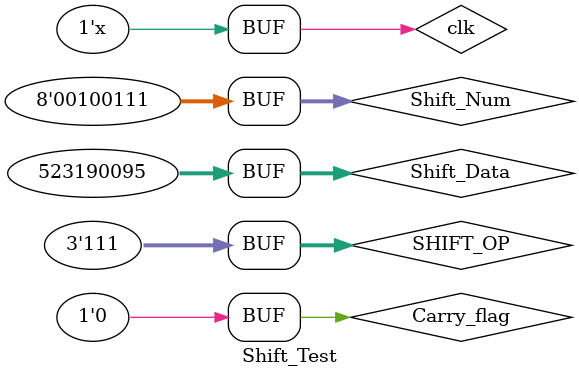
<source format=v>
`timescale 1ns / 1ps
module Shift_Test();
    reg clk = 0;
    reg [32:1] Shift_Data;
    reg [8:1] Shift_Num;
    reg [3:1] SHIFT_OP;
    reg Carry_flag;
    wire enable;
    wire [32:1] Shift_Out;
    wire Shift_Carry_Out;
    always #0.01 clk = ~clk; // 0.01ns == 10ps
    initial begin
        Carry_flag = 0; SHIFT_OP = 3'b000; Shift_Num = 8'd0; 
        Shift_Data = 32'h773d8f5c;
        
        #10 Carry_flag = 0; SHIFT_OP = 3'b001; Shift_Num = 8'd3; 
        Shift_Data = 32'h3ac50001;

        #10 Carry_flag = 0; SHIFT_OP = 3'b000; Shift_Num = 8'd35; 
        Shift_Data = 32'h87654321;



        #10 Carry_flag = 0; SHIFT_OP = 3'b010; Shift_Num = 8'd0; 
        Shift_Data = 32'hf0000000;

        #10 Carry_flag = 0; SHIFT_OP = 3'b011; Shift_Num = 8'd0; 
        Shift_Data = 32'h9fdcba97;

        #10 Carry_flag = 0; SHIFT_OP = 3'b010; Shift_Num = 8'd12; 
        Shift_Data = 32'h5f5555f5;

        #10 Carry_flag = 0; SHIFT_OP = 3'b011; Shift_Num = 8'd31; 
        Shift_Data = 32'hffffffff;

        #10 Carry_flag = 0; SHIFT_OP = 3'b010; Shift_Num = 8'd32; 
        Shift_Data = 32'hffffffff;

        #10 Carry_flag = 0; SHIFT_OP = 3'b011; Shift_Num = 8'd33; 
        Shift_Data = 32'hffffffff;



        #10 Carry_flag = 0; SHIFT_OP = 3'b100; Shift_Num = 8'd0; 
        Shift_Data = 32'h7a9d029d;

        #10 Carry_flag = 0; SHIFT_OP = 3'b101; Shift_Num = 8'd0; 
        Shift_Data = 32'h8a9d029d;

        #10 Carry_flag = 0; SHIFT_OP = 3'b100; Shift_Num = 8'd6; 
        Shift_Data = 32'h8a9d029d;

        #10 Carry_flag = 1; SHIFT_OP = 3'b101; Shift_Num = 8'd40; 
        Shift_Data = 32'h8a9d029d;
        
        

        
        #10 Carry_flag = 1; SHIFT_OP = 3'b110; Shift_Num = 8'd0; 
        Shift_Data = 32'h999ff999;

        #10 Carry_flag = 1; SHIFT_OP = 3'b111; Shift_Num = 8'd0; 
        Shift_Data = 32'h12345678;

        #10 Carry_flag = 1; SHIFT_OP = 3'b110; Shift_Num = 8'd1; 
        Shift_Data = 32'h3f3f3f3f;

        #10 Carry_flag = 0; SHIFT_OP = 3'b111; Shift_Num = 8'd39; 
        Shift_Data = 32'h1f2f3f4f;
        
        
    end
    Shift u(.clk(clk), .SHIFT_OP(SHIFT_OP), .Shift_Data(Shift_Data), .Shift_Num(Shift_Num),.Carry_flag(Carry_flag), .Shift_Out(Shift_Out), .Shift_Carry_Out(Shift_Carry_Out));
endmodule

</source>
